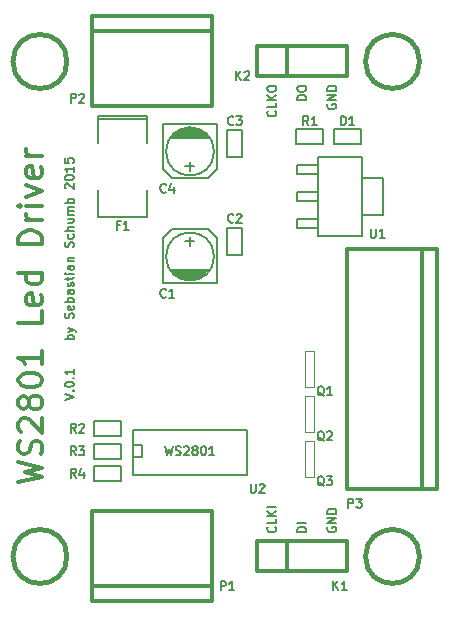
<source format=gto>
G04 (created by PCBNEW (2013-may-18)-stable) date Mon 01 Jun 2015 11:01:08 PM CEST*
%MOIN*%
G04 Gerber Fmt 3.4, Leading zero omitted, Abs format*
%FSLAX34Y34*%
G01*
G70*
G90*
G04 APERTURE LIST*
%ADD10C,0.00590551*%
%ADD11C,0.00738189*%
%ADD12C,0.011811*%
%ADD13C,0.0047*%
%ADD14C,0.005*%
%ADD15C,0.008*%
%ADD16C,0.0059*%
%ADD17C,0.012*%
%ADD18C,0.015*%
%ADD19C,0.00787402*%
G04 APERTURE END LIST*
G54D10*
G54D11*
X60824Y-55770D02*
X61119Y-55671D01*
X60824Y-55573D01*
X61091Y-55474D02*
X61105Y-55460D01*
X61119Y-55474D01*
X61105Y-55489D01*
X61091Y-55474D01*
X61119Y-55474D01*
X60824Y-55278D02*
X60824Y-55250D01*
X60838Y-55221D01*
X60852Y-55207D01*
X60880Y-55193D01*
X60936Y-55179D01*
X61007Y-55179D01*
X61063Y-55193D01*
X61091Y-55207D01*
X61105Y-55221D01*
X61119Y-55250D01*
X61119Y-55278D01*
X61105Y-55306D01*
X61091Y-55320D01*
X61063Y-55334D01*
X61007Y-55348D01*
X60936Y-55348D01*
X60880Y-55334D01*
X60852Y-55320D01*
X60838Y-55306D01*
X60824Y-55278D01*
X61091Y-55053D02*
X61105Y-55039D01*
X61119Y-55053D01*
X61105Y-55067D01*
X61091Y-55053D01*
X61119Y-55053D01*
X61119Y-54757D02*
X61119Y-54926D01*
X61119Y-54842D02*
X60824Y-54842D01*
X60866Y-54870D01*
X60894Y-54898D01*
X60908Y-54926D01*
X67841Y-46149D02*
X67855Y-46163D01*
X67869Y-46206D01*
X67869Y-46234D01*
X67855Y-46276D01*
X67827Y-46304D01*
X67799Y-46318D01*
X67742Y-46332D01*
X67700Y-46332D01*
X67644Y-46318D01*
X67616Y-46304D01*
X67588Y-46276D01*
X67574Y-46234D01*
X67574Y-46206D01*
X67588Y-46163D01*
X67602Y-46149D01*
X67869Y-45882D02*
X67869Y-46023D01*
X67574Y-46023D01*
X67869Y-45784D02*
X67574Y-45784D01*
X67869Y-45615D02*
X67700Y-45742D01*
X67574Y-45615D02*
X67742Y-45784D01*
X67574Y-45432D02*
X67574Y-45376D01*
X67588Y-45348D01*
X67616Y-45320D01*
X67672Y-45306D01*
X67771Y-45306D01*
X67827Y-45320D01*
X67855Y-45348D01*
X67869Y-45376D01*
X67869Y-45432D01*
X67855Y-45460D01*
X67827Y-45489D01*
X67771Y-45503D01*
X67672Y-45503D01*
X67616Y-45489D01*
X67588Y-45460D01*
X67574Y-45432D01*
X68869Y-45784D02*
X68574Y-45784D01*
X68574Y-45714D01*
X68588Y-45671D01*
X68616Y-45643D01*
X68644Y-45629D01*
X68700Y-45615D01*
X68742Y-45615D01*
X68799Y-45629D01*
X68827Y-45643D01*
X68855Y-45671D01*
X68869Y-45714D01*
X68869Y-45784D01*
X68574Y-45432D02*
X68574Y-45376D01*
X68588Y-45348D01*
X68616Y-45320D01*
X68672Y-45306D01*
X68771Y-45306D01*
X68827Y-45320D01*
X68855Y-45348D01*
X68869Y-45376D01*
X68869Y-45432D01*
X68855Y-45460D01*
X68827Y-45489D01*
X68771Y-45503D01*
X68672Y-45503D01*
X68616Y-45489D01*
X68588Y-45460D01*
X68574Y-45432D01*
X69588Y-45924D02*
X69574Y-45953D01*
X69574Y-45995D01*
X69588Y-46037D01*
X69616Y-46065D01*
X69644Y-46079D01*
X69700Y-46093D01*
X69742Y-46093D01*
X69799Y-46079D01*
X69827Y-46065D01*
X69855Y-46037D01*
X69869Y-45995D01*
X69869Y-45967D01*
X69855Y-45924D01*
X69841Y-45910D01*
X69742Y-45910D01*
X69742Y-45967D01*
X69869Y-45784D02*
X69574Y-45784D01*
X69869Y-45615D01*
X69574Y-45615D01*
X69869Y-45474D02*
X69574Y-45474D01*
X69574Y-45404D01*
X69588Y-45362D01*
X69616Y-45334D01*
X69644Y-45320D01*
X69700Y-45306D01*
X69742Y-45306D01*
X69799Y-45320D01*
X69827Y-45334D01*
X69855Y-45362D01*
X69869Y-45404D01*
X69869Y-45474D01*
X69588Y-60025D02*
X69574Y-60053D01*
X69574Y-60095D01*
X69588Y-60137D01*
X69616Y-60165D01*
X69644Y-60179D01*
X69700Y-60193D01*
X69742Y-60193D01*
X69799Y-60179D01*
X69827Y-60165D01*
X69855Y-60137D01*
X69869Y-60095D01*
X69869Y-60067D01*
X69855Y-60025D01*
X69841Y-60010D01*
X69742Y-60010D01*
X69742Y-60067D01*
X69869Y-59884D02*
X69574Y-59884D01*
X69869Y-59715D01*
X69574Y-59715D01*
X69869Y-59575D02*
X69574Y-59575D01*
X69574Y-59504D01*
X69588Y-59462D01*
X69616Y-59434D01*
X69644Y-59420D01*
X69700Y-59406D01*
X69742Y-59406D01*
X69799Y-59420D01*
X69827Y-59434D01*
X69855Y-59462D01*
X69869Y-59504D01*
X69869Y-59575D01*
X68869Y-60179D02*
X68574Y-60179D01*
X68574Y-60109D01*
X68588Y-60067D01*
X68616Y-60039D01*
X68644Y-60025D01*
X68700Y-60010D01*
X68742Y-60010D01*
X68799Y-60025D01*
X68827Y-60039D01*
X68855Y-60067D01*
X68869Y-60109D01*
X68869Y-60179D01*
X68869Y-59884D02*
X68574Y-59884D01*
X67841Y-60010D02*
X67855Y-60025D01*
X67869Y-60067D01*
X67869Y-60095D01*
X67855Y-60137D01*
X67827Y-60165D01*
X67799Y-60179D01*
X67742Y-60193D01*
X67700Y-60193D01*
X67644Y-60179D01*
X67616Y-60165D01*
X67588Y-60137D01*
X67574Y-60095D01*
X67574Y-60067D01*
X67588Y-60025D01*
X67602Y-60010D01*
X67869Y-59743D02*
X67869Y-59884D01*
X67574Y-59884D01*
X67869Y-59645D02*
X67574Y-59645D01*
X67869Y-59476D02*
X67700Y-59603D01*
X67574Y-59476D02*
X67742Y-59645D01*
X67869Y-59350D02*
X67574Y-59350D01*
X61119Y-53766D02*
X60824Y-53766D01*
X60936Y-53766D02*
X60922Y-53737D01*
X60922Y-53681D01*
X60936Y-53653D01*
X60950Y-53639D01*
X60978Y-53625D01*
X61063Y-53625D01*
X61091Y-53639D01*
X61105Y-53653D01*
X61119Y-53681D01*
X61119Y-53737D01*
X61105Y-53766D01*
X60922Y-53526D02*
X61119Y-53456D01*
X60922Y-53386D02*
X61119Y-53456D01*
X61189Y-53484D01*
X61203Y-53498D01*
X61217Y-53526D01*
X61105Y-53062D02*
X61119Y-53020D01*
X61119Y-52950D01*
X61105Y-52922D01*
X61091Y-52908D01*
X61063Y-52894D01*
X61035Y-52894D01*
X61007Y-52908D01*
X60992Y-52922D01*
X60978Y-52950D01*
X60964Y-53006D01*
X60950Y-53034D01*
X60936Y-53048D01*
X60908Y-53062D01*
X60880Y-53062D01*
X60852Y-53048D01*
X60838Y-53034D01*
X60824Y-53006D01*
X60824Y-52936D01*
X60838Y-52894D01*
X61105Y-52655D02*
X61119Y-52683D01*
X61119Y-52739D01*
X61105Y-52767D01*
X61077Y-52781D01*
X60964Y-52781D01*
X60936Y-52767D01*
X60922Y-52739D01*
X60922Y-52683D01*
X60936Y-52655D01*
X60964Y-52641D01*
X60992Y-52641D01*
X61021Y-52781D01*
X61119Y-52514D02*
X60824Y-52514D01*
X60936Y-52514D02*
X60922Y-52486D01*
X60922Y-52430D01*
X60936Y-52402D01*
X60950Y-52388D01*
X60978Y-52374D01*
X61063Y-52374D01*
X61091Y-52388D01*
X61105Y-52402D01*
X61119Y-52430D01*
X61119Y-52486D01*
X61105Y-52514D01*
X61119Y-52120D02*
X60964Y-52120D01*
X60936Y-52134D01*
X60922Y-52163D01*
X60922Y-52219D01*
X60936Y-52247D01*
X61105Y-52120D02*
X61119Y-52149D01*
X61119Y-52219D01*
X61105Y-52247D01*
X61077Y-52261D01*
X61049Y-52261D01*
X61021Y-52247D01*
X61007Y-52219D01*
X61007Y-52149D01*
X60992Y-52120D01*
X61105Y-51994D02*
X61119Y-51966D01*
X61119Y-51910D01*
X61105Y-51881D01*
X61077Y-51867D01*
X61063Y-51867D01*
X61035Y-51881D01*
X61021Y-51910D01*
X61021Y-51952D01*
X61007Y-51980D01*
X60978Y-51994D01*
X60964Y-51994D01*
X60936Y-51980D01*
X60922Y-51952D01*
X60922Y-51910D01*
X60936Y-51881D01*
X60922Y-51783D02*
X60922Y-51670D01*
X60824Y-51741D02*
X61077Y-51741D01*
X61105Y-51727D01*
X61119Y-51699D01*
X61119Y-51670D01*
X61119Y-51572D02*
X60922Y-51572D01*
X60824Y-51572D02*
X60838Y-51586D01*
X60852Y-51572D01*
X60838Y-51558D01*
X60824Y-51572D01*
X60852Y-51572D01*
X61119Y-51305D02*
X60964Y-51305D01*
X60936Y-51319D01*
X60922Y-51347D01*
X60922Y-51403D01*
X60936Y-51431D01*
X61105Y-51305D02*
X61119Y-51333D01*
X61119Y-51403D01*
X61105Y-51431D01*
X61077Y-51446D01*
X61049Y-51446D01*
X61021Y-51431D01*
X61007Y-51403D01*
X61007Y-51333D01*
X60992Y-51305D01*
X60922Y-51164D02*
X61119Y-51164D01*
X60950Y-51164D02*
X60936Y-51150D01*
X60922Y-51122D01*
X60922Y-51080D01*
X60936Y-51052D01*
X60964Y-51038D01*
X61119Y-51038D01*
X61105Y-50686D02*
X61119Y-50644D01*
X61119Y-50574D01*
X61105Y-50546D01*
X61091Y-50532D01*
X61063Y-50517D01*
X61035Y-50517D01*
X61007Y-50532D01*
X60992Y-50546D01*
X60978Y-50574D01*
X60964Y-50630D01*
X60950Y-50658D01*
X60936Y-50672D01*
X60908Y-50686D01*
X60880Y-50686D01*
X60852Y-50672D01*
X60838Y-50658D01*
X60824Y-50630D01*
X60824Y-50560D01*
X60838Y-50517D01*
X61105Y-50264D02*
X61119Y-50293D01*
X61119Y-50349D01*
X61105Y-50377D01*
X61091Y-50391D01*
X61063Y-50405D01*
X60978Y-50405D01*
X60950Y-50391D01*
X60936Y-50377D01*
X60922Y-50349D01*
X60922Y-50293D01*
X60936Y-50264D01*
X61119Y-50138D02*
X60824Y-50138D01*
X61119Y-50011D02*
X60964Y-50011D01*
X60936Y-50025D01*
X60922Y-50053D01*
X60922Y-50096D01*
X60936Y-50124D01*
X60950Y-50138D01*
X60922Y-49744D02*
X61119Y-49744D01*
X60922Y-49871D02*
X61077Y-49871D01*
X61105Y-49857D01*
X61119Y-49829D01*
X61119Y-49786D01*
X61105Y-49758D01*
X61091Y-49744D01*
X61119Y-49604D02*
X60922Y-49604D01*
X60950Y-49604D02*
X60936Y-49589D01*
X60922Y-49561D01*
X60922Y-49519D01*
X60936Y-49491D01*
X60964Y-49477D01*
X61119Y-49477D01*
X60964Y-49477D02*
X60936Y-49463D01*
X60922Y-49435D01*
X60922Y-49393D01*
X60936Y-49365D01*
X60964Y-49350D01*
X61119Y-49350D01*
X61119Y-49210D02*
X60824Y-49210D01*
X60936Y-49210D02*
X60922Y-49182D01*
X60922Y-49125D01*
X60936Y-49097D01*
X60950Y-49083D01*
X60978Y-49069D01*
X61063Y-49069D01*
X61091Y-49083D01*
X61105Y-49097D01*
X61119Y-49125D01*
X61119Y-49182D01*
X61105Y-49210D01*
X60852Y-48732D02*
X60838Y-48718D01*
X60824Y-48690D01*
X60824Y-48619D01*
X60838Y-48591D01*
X60852Y-48577D01*
X60880Y-48563D01*
X60908Y-48563D01*
X60950Y-48577D01*
X61119Y-48746D01*
X61119Y-48563D01*
X60824Y-48380D02*
X60824Y-48352D01*
X60838Y-48324D01*
X60852Y-48310D01*
X60880Y-48296D01*
X60936Y-48282D01*
X61007Y-48282D01*
X61063Y-48296D01*
X61091Y-48310D01*
X61105Y-48324D01*
X61119Y-48352D01*
X61119Y-48380D01*
X61105Y-48408D01*
X61091Y-48422D01*
X61063Y-48437D01*
X61007Y-48451D01*
X60936Y-48451D01*
X60880Y-48437D01*
X60852Y-48422D01*
X60838Y-48408D01*
X60824Y-48380D01*
X61119Y-48001D02*
X61119Y-48169D01*
X61119Y-48085D02*
X60824Y-48085D01*
X60866Y-48113D01*
X60894Y-48141D01*
X60908Y-48169D01*
X60824Y-47733D02*
X60824Y-47874D01*
X60964Y-47888D01*
X60950Y-47874D01*
X60936Y-47846D01*
X60936Y-47776D01*
X60950Y-47748D01*
X60964Y-47733D01*
X60992Y-47719D01*
X61063Y-47719D01*
X61091Y-47733D01*
X61105Y-47748D01*
X61119Y-47776D01*
X61119Y-47846D01*
X61105Y-47874D01*
X61091Y-47888D01*
G54D12*
X59281Y-58530D02*
X60068Y-58343D01*
X59506Y-58193D01*
X60068Y-58043D01*
X59281Y-57855D01*
X60031Y-57593D02*
X60068Y-57480D01*
X60068Y-57293D01*
X60031Y-57218D01*
X59993Y-57180D01*
X59918Y-57143D01*
X59843Y-57143D01*
X59768Y-57180D01*
X59731Y-57218D01*
X59693Y-57293D01*
X59656Y-57443D01*
X59618Y-57518D01*
X59581Y-57555D01*
X59506Y-57593D01*
X59431Y-57593D01*
X59356Y-57555D01*
X59318Y-57518D01*
X59281Y-57443D01*
X59281Y-57255D01*
X59318Y-57143D01*
X59356Y-56843D02*
X59318Y-56805D01*
X59281Y-56730D01*
X59281Y-56543D01*
X59318Y-56468D01*
X59356Y-56430D01*
X59431Y-56393D01*
X59506Y-56393D01*
X59618Y-56430D01*
X60068Y-56880D01*
X60068Y-56393D01*
X59618Y-55943D02*
X59581Y-56018D01*
X59543Y-56055D01*
X59468Y-56093D01*
X59431Y-56093D01*
X59356Y-56055D01*
X59318Y-56018D01*
X59281Y-55943D01*
X59281Y-55793D01*
X59318Y-55718D01*
X59356Y-55680D01*
X59431Y-55643D01*
X59468Y-55643D01*
X59543Y-55680D01*
X59581Y-55718D01*
X59618Y-55793D01*
X59618Y-55943D01*
X59656Y-56018D01*
X59693Y-56055D01*
X59768Y-56093D01*
X59918Y-56093D01*
X59993Y-56055D01*
X60031Y-56018D01*
X60068Y-55943D01*
X60068Y-55793D01*
X60031Y-55718D01*
X59993Y-55680D01*
X59918Y-55643D01*
X59768Y-55643D01*
X59693Y-55680D01*
X59656Y-55718D01*
X59618Y-55793D01*
X59281Y-55155D02*
X59281Y-55080D01*
X59318Y-55005D01*
X59356Y-54968D01*
X59431Y-54931D01*
X59581Y-54893D01*
X59768Y-54893D01*
X59918Y-54931D01*
X59993Y-54968D01*
X60031Y-55005D01*
X60068Y-55080D01*
X60068Y-55155D01*
X60031Y-55230D01*
X59993Y-55268D01*
X59918Y-55305D01*
X59768Y-55343D01*
X59581Y-55343D01*
X59431Y-55305D01*
X59356Y-55268D01*
X59318Y-55230D01*
X59281Y-55155D01*
X60068Y-54143D02*
X60068Y-54593D01*
X60068Y-54368D02*
X59281Y-54368D01*
X59393Y-54443D01*
X59468Y-54518D01*
X59506Y-54593D01*
X60068Y-52831D02*
X60068Y-53206D01*
X59281Y-53206D01*
X60031Y-52268D02*
X60068Y-52343D01*
X60068Y-52493D01*
X60031Y-52568D01*
X59956Y-52606D01*
X59656Y-52606D01*
X59581Y-52568D01*
X59543Y-52493D01*
X59543Y-52343D01*
X59581Y-52268D01*
X59656Y-52231D01*
X59731Y-52231D01*
X59806Y-52606D01*
X60068Y-51556D02*
X59281Y-51556D01*
X60031Y-51556D02*
X60068Y-51631D01*
X60068Y-51781D01*
X60031Y-51856D01*
X59993Y-51893D01*
X59918Y-51931D01*
X59693Y-51931D01*
X59618Y-51893D01*
X59581Y-51856D01*
X59543Y-51781D01*
X59543Y-51631D01*
X59581Y-51556D01*
X60068Y-50581D02*
X59281Y-50581D01*
X59281Y-50394D01*
X59318Y-50281D01*
X59393Y-50206D01*
X59468Y-50169D01*
X59618Y-50131D01*
X59731Y-50131D01*
X59881Y-50169D01*
X59956Y-50206D01*
X60031Y-50281D01*
X60068Y-50394D01*
X60068Y-50581D01*
X60068Y-49794D02*
X59543Y-49794D01*
X59693Y-49794D02*
X59618Y-49756D01*
X59581Y-49719D01*
X59543Y-49644D01*
X59543Y-49569D01*
X60068Y-49306D02*
X59543Y-49306D01*
X59281Y-49306D02*
X59318Y-49344D01*
X59356Y-49306D01*
X59318Y-49269D01*
X59281Y-49306D01*
X59356Y-49306D01*
X59543Y-49006D02*
X60068Y-48819D01*
X59543Y-48631D01*
X60031Y-48031D02*
X60068Y-48106D01*
X60068Y-48256D01*
X60031Y-48331D01*
X59956Y-48369D01*
X59656Y-48369D01*
X59581Y-48331D01*
X59543Y-48256D01*
X59543Y-48106D01*
X59581Y-48031D01*
X59656Y-47994D01*
X59731Y-47994D01*
X59806Y-48369D01*
X60068Y-47656D02*
X59543Y-47656D01*
X59693Y-47656D02*
X59618Y-47619D01*
X59581Y-47581D01*
X59543Y-47506D01*
X59543Y-47431D01*
G54D13*
X68850Y-58350D02*
X68850Y-57150D01*
X68850Y-57150D02*
X69150Y-57150D01*
X69150Y-57150D02*
X69150Y-58350D01*
X69150Y-58350D02*
X68850Y-58350D01*
X68850Y-56850D02*
X68850Y-55650D01*
X68850Y-55650D02*
X69150Y-55650D01*
X69150Y-55650D02*
X69150Y-56850D01*
X69150Y-56850D02*
X68850Y-56850D01*
X68850Y-55350D02*
X68850Y-54150D01*
X68850Y-54150D02*
X69150Y-54150D01*
X69150Y-54150D02*
X69150Y-55350D01*
X69150Y-55350D02*
X68850Y-55350D01*
G54D14*
X71435Y-48390D02*
X71435Y-49610D01*
X71435Y-49610D02*
X70730Y-49610D01*
X71435Y-48390D02*
X70730Y-48390D01*
X68565Y-49745D02*
X68565Y-50065D01*
X68565Y-50065D02*
X69270Y-50065D01*
X68565Y-49745D02*
X69270Y-49745D01*
X68565Y-48840D02*
X69270Y-48840D01*
X68565Y-49160D02*
X69270Y-49160D01*
X68565Y-48840D02*
X68565Y-49160D01*
X68565Y-47935D02*
X68565Y-48255D01*
X68565Y-48255D02*
X69270Y-48255D01*
X68565Y-47935D02*
X69270Y-47935D01*
X69270Y-50320D02*
X69270Y-47680D01*
X69270Y-47680D02*
X70730Y-47680D01*
X70730Y-47680D02*
X70730Y-50320D01*
X70730Y-50320D02*
X69270Y-50320D01*
G54D15*
X63100Y-56800D02*
X66900Y-56800D01*
X66900Y-56800D02*
X66900Y-58300D01*
X66900Y-58300D02*
X63100Y-58300D01*
X63100Y-58300D02*
X63100Y-56800D01*
X63100Y-57300D02*
X63400Y-57300D01*
X63400Y-57300D02*
X63400Y-57700D01*
X63400Y-57700D02*
X63100Y-57700D01*
G54D16*
X63577Y-46425D02*
X61923Y-46425D01*
X63577Y-46307D02*
X61923Y-46307D01*
X63577Y-49693D02*
X61923Y-49693D01*
X61921Y-48786D02*
X61921Y-49686D01*
X63579Y-49686D02*
X63579Y-48786D01*
X63579Y-47213D02*
X63579Y-46313D01*
X61921Y-46314D02*
X61921Y-47214D01*
G54D14*
X61800Y-57250D02*
X62700Y-57250D01*
X62700Y-57250D02*
X62700Y-57750D01*
X62700Y-57750D02*
X61800Y-57750D01*
X61800Y-57750D02*
X61800Y-57250D01*
X61800Y-58000D02*
X62700Y-58000D01*
X62700Y-58000D02*
X62700Y-58500D01*
X62700Y-58500D02*
X61800Y-58500D01*
X61800Y-58500D02*
X61800Y-58000D01*
X61800Y-56500D02*
X62700Y-56500D01*
X62700Y-56500D02*
X62700Y-57000D01*
X62700Y-57000D02*
X61800Y-57000D01*
X61800Y-57000D02*
X61800Y-56500D01*
X68550Y-46750D02*
X69450Y-46750D01*
X69450Y-46750D02*
X69450Y-47250D01*
X69450Y-47250D02*
X68550Y-47250D01*
X68550Y-47250D02*
X68550Y-46750D01*
X69800Y-46750D02*
X70700Y-46750D01*
X70700Y-46750D02*
X70700Y-47250D01*
X70700Y-47250D02*
X69800Y-47250D01*
X69800Y-47250D02*
X69800Y-46750D01*
X66250Y-47700D02*
X66250Y-46800D01*
X66250Y-46800D02*
X66750Y-46800D01*
X66750Y-46800D02*
X66750Y-47700D01*
X66750Y-47700D02*
X66250Y-47700D01*
X66750Y-50050D02*
X66750Y-50950D01*
X66750Y-50950D02*
X66250Y-50950D01*
X66250Y-50950D02*
X66250Y-50050D01*
X66250Y-50050D02*
X66750Y-50050D01*
G54D17*
X67250Y-45000D02*
X67250Y-44000D01*
X67250Y-44000D02*
X70250Y-44000D01*
X70250Y-44000D02*
X70250Y-45000D01*
X70250Y-45000D02*
X67250Y-45000D01*
X68250Y-44000D02*
X68250Y-45000D01*
G54D14*
X65000Y-50350D02*
X65000Y-50650D01*
X64850Y-50500D02*
X65150Y-50500D01*
X65900Y-50400D02*
X65900Y-51900D01*
X64400Y-50100D02*
X65600Y-50100D01*
X65900Y-50400D02*
X65600Y-50100D01*
X64100Y-50400D02*
X64100Y-51900D01*
X64100Y-50400D02*
X64400Y-50100D01*
X65050Y-51800D02*
X64950Y-51800D01*
X64750Y-51750D02*
X65250Y-51750D01*
X65350Y-51700D02*
X64650Y-51700D01*
X65450Y-51650D02*
X64550Y-51650D01*
X64500Y-51600D02*
X65500Y-51600D01*
X65550Y-51550D02*
X64450Y-51550D01*
X64400Y-51500D02*
X65600Y-51500D01*
X64350Y-51450D02*
X65650Y-51450D01*
X65800Y-51000D02*
G75*
G03X65800Y-51000I-800J0D01*
G74*
G01*
X64100Y-51900D02*
X65900Y-51900D01*
X65000Y-48150D02*
X65000Y-47850D01*
X65150Y-48000D02*
X64850Y-48000D01*
X64100Y-48100D02*
X64100Y-46600D01*
X65600Y-48400D02*
X64400Y-48400D01*
X64100Y-48100D02*
X64400Y-48400D01*
X65900Y-48100D02*
X65900Y-46600D01*
X65900Y-48100D02*
X65600Y-48400D01*
X64950Y-46700D02*
X65050Y-46700D01*
X65250Y-46750D02*
X64750Y-46750D01*
X64650Y-46800D02*
X65350Y-46800D01*
X64550Y-46850D02*
X65450Y-46850D01*
X65500Y-46900D02*
X64500Y-46900D01*
X64450Y-46950D02*
X65550Y-46950D01*
X65600Y-47000D02*
X64400Y-47000D01*
X65650Y-47050D02*
X64350Y-47050D01*
X65800Y-47500D02*
G75*
G03X65800Y-47500I-800J0D01*
G74*
G01*
X65900Y-46600D02*
X64100Y-46600D01*
G54D17*
X70250Y-58750D02*
X73250Y-58750D01*
X73250Y-50750D02*
X70250Y-50750D01*
X72750Y-50750D02*
X72750Y-58750D01*
X70250Y-58750D02*
X70250Y-50750D01*
X73250Y-58750D02*
X73250Y-50750D01*
X65750Y-62000D02*
X61750Y-62000D01*
X65750Y-62500D02*
X65750Y-59500D01*
X65750Y-59500D02*
X61750Y-59500D01*
X61750Y-59500D02*
X61750Y-62500D01*
X61750Y-62500D02*
X65750Y-62500D01*
X61750Y-43500D02*
X65750Y-43500D01*
X61750Y-43000D02*
X61750Y-46000D01*
X61750Y-46000D02*
X65750Y-46000D01*
X65750Y-46000D02*
X65750Y-43000D01*
X65750Y-43000D02*
X61750Y-43000D01*
X67250Y-61500D02*
X67250Y-60500D01*
X67250Y-60500D02*
X70250Y-60500D01*
X70250Y-60500D02*
X70250Y-61500D01*
X70250Y-61500D02*
X67250Y-61500D01*
X68250Y-60500D02*
X68250Y-61500D01*
G54D18*
X72650Y-44500D02*
G75*
G03X72650Y-44500I-900J0D01*
G74*
G01*
X72650Y-61000D02*
G75*
G03X72650Y-61000I-900J0D01*
G74*
G01*
X60900Y-61000D02*
G75*
G03X60900Y-61000I-900J0D01*
G74*
G01*
X60900Y-44500D02*
G75*
G03X60900Y-44500I-900J0D01*
G74*
G01*
G54D11*
X69471Y-58647D02*
X69443Y-58633D01*
X69415Y-58605D01*
X69373Y-58563D01*
X69345Y-58549D01*
X69317Y-58549D01*
X69331Y-58619D02*
X69303Y-58605D01*
X69275Y-58577D01*
X69260Y-58521D01*
X69260Y-58422D01*
X69275Y-58366D01*
X69303Y-58338D01*
X69331Y-58324D01*
X69387Y-58324D01*
X69415Y-58338D01*
X69443Y-58366D01*
X69457Y-58422D01*
X69457Y-58521D01*
X69443Y-58577D01*
X69415Y-58605D01*
X69387Y-58619D01*
X69331Y-58619D01*
X69556Y-58324D02*
X69739Y-58324D01*
X69640Y-58436D01*
X69682Y-58436D01*
X69710Y-58450D01*
X69724Y-58464D01*
X69739Y-58492D01*
X69739Y-58563D01*
X69724Y-58591D01*
X69710Y-58605D01*
X69682Y-58619D01*
X69598Y-58619D01*
X69570Y-58605D01*
X69556Y-58591D01*
G54D19*
G54D11*
X69471Y-57147D02*
X69443Y-57133D01*
X69415Y-57105D01*
X69373Y-57063D01*
X69345Y-57049D01*
X69317Y-57049D01*
X69331Y-57119D02*
X69303Y-57105D01*
X69275Y-57077D01*
X69260Y-57021D01*
X69260Y-56922D01*
X69275Y-56866D01*
X69303Y-56838D01*
X69331Y-56824D01*
X69387Y-56824D01*
X69415Y-56838D01*
X69443Y-56866D01*
X69457Y-56922D01*
X69457Y-57021D01*
X69443Y-57077D01*
X69415Y-57105D01*
X69387Y-57119D01*
X69331Y-57119D01*
X69570Y-56852D02*
X69584Y-56838D01*
X69612Y-56824D01*
X69682Y-56824D01*
X69710Y-56838D01*
X69724Y-56852D01*
X69739Y-56880D01*
X69739Y-56908D01*
X69724Y-56950D01*
X69556Y-57119D01*
X69739Y-57119D01*
G54D19*
G54D11*
X69471Y-55647D02*
X69443Y-55633D01*
X69415Y-55605D01*
X69373Y-55563D01*
X69345Y-55549D01*
X69317Y-55549D01*
X69331Y-55619D02*
X69303Y-55605D01*
X69275Y-55577D01*
X69260Y-55521D01*
X69260Y-55422D01*
X69275Y-55366D01*
X69303Y-55338D01*
X69331Y-55324D01*
X69387Y-55324D01*
X69415Y-55338D01*
X69443Y-55366D01*
X69457Y-55422D01*
X69457Y-55521D01*
X69443Y-55577D01*
X69415Y-55605D01*
X69387Y-55619D01*
X69331Y-55619D01*
X69739Y-55619D02*
X69570Y-55619D01*
X69654Y-55619D02*
X69654Y-55324D01*
X69626Y-55366D01*
X69598Y-55394D01*
X69570Y-55408D01*
G54D19*
G54D11*
X71025Y-50074D02*
X71025Y-50313D01*
X71039Y-50341D01*
X71053Y-50355D01*
X71081Y-50369D01*
X71137Y-50369D01*
X71165Y-50355D01*
X71179Y-50341D01*
X71193Y-50313D01*
X71193Y-50074D01*
X71489Y-50369D02*
X71320Y-50369D01*
X71404Y-50369D02*
X71404Y-50074D01*
X71376Y-50116D01*
X71348Y-50144D01*
X71320Y-50158D01*
G54D19*
G54D11*
X67025Y-58574D02*
X67025Y-58813D01*
X67039Y-58841D01*
X67053Y-58855D01*
X67081Y-58869D01*
X67137Y-58869D01*
X67165Y-58855D01*
X67179Y-58841D01*
X67193Y-58813D01*
X67193Y-58574D01*
X67320Y-58602D02*
X67334Y-58588D01*
X67362Y-58574D01*
X67432Y-58574D01*
X67460Y-58588D01*
X67474Y-58602D01*
X67489Y-58630D01*
X67489Y-58658D01*
X67474Y-58700D01*
X67306Y-58869D01*
X67489Y-58869D01*
G54D19*
G54D11*
X64170Y-57324D02*
X64240Y-57619D01*
X64296Y-57408D01*
X64353Y-57619D01*
X64423Y-57324D01*
X64521Y-57605D02*
X64564Y-57619D01*
X64634Y-57619D01*
X64662Y-57605D01*
X64676Y-57591D01*
X64690Y-57563D01*
X64690Y-57535D01*
X64676Y-57507D01*
X64662Y-57492D01*
X64634Y-57478D01*
X64578Y-57464D01*
X64550Y-57450D01*
X64535Y-57436D01*
X64521Y-57408D01*
X64521Y-57380D01*
X64535Y-57352D01*
X64550Y-57338D01*
X64578Y-57324D01*
X64648Y-57324D01*
X64690Y-57338D01*
X64803Y-57352D02*
X64817Y-57338D01*
X64845Y-57324D01*
X64915Y-57324D01*
X64943Y-57338D01*
X64957Y-57352D01*
X64971Y-57380D01*
X64971Y-57408D01*
X64957Y-57450D01*
X64789Y-57619D01*
X64971Y-57619D01*
X65140Y-57450D02*
X65112Y-57436D01*
X65098Y-57422D01*
X65084Y-57394D01*
X65084Y-57380D01*
X65098Y-57352D01*
X65112Y-57338D01*
X65140Y-57324D01*
X65196Y-57324D01*
X65224Y-57338D01*
X65239Y-57352D01*
X65253Y-57380D01*
X65253Y-57394D01*
X65239Y-57422D01*
X65224Y-57436D01*
X65196Y-57450D01*
X65140Y-57450D01*
X65112Y-57464D01*
X65098Y-57478D01*
X65084Y-57507D01*
X65084Y-57563D01*
X65098Y-57591D01*
X65112Y-57605D01*
X65140Y-57619D01*
X65196Y-57619D01*
X65224Y-57605D01*
X65239Y-57591D01*
X65253Y-57563D01*
X65253Y-57507D01*
X65239Y-57478D01*
X65224Y-57464D01*
X65196Y-57450D01*
X65435Y-57324D02*
X65464Y-57324D01*
X65492Y-57338D01*
X65506Y-57352D01*
X65520Y-57380D01*
X65534Y-57436D01*
X65534Y-57507D01*
X65520Y-57563D01*
X65506Y-57591D01*
X65492Y-57605D01*
X65464Y-57619D01*
X65435Y-57619D01*
X65407Y-57605D01*
X65393Y-57591D01*
X65379Y-57563D01*
X65365Y-57507D01*
X65365Y-57436D01*
X65379Y-57380D01*
X65393Y-57352D01*
X65407Y-57338D01*
X65435Y-57324D01*
X65815Y-57619D02*
X65646Y-57619D01*
X65731Y-57619D02*
X65731Y-57324D01*
X65703Y-57366D01*
X65674Y-57394D01*
X65646Y-57408D01*
G54D19*
G54D11*
X62651Y-49964D02*
X62553Y-49964D01*
X62553Y-50119D02*
X62553Y-49824D01*
X62693Y-49824D01*
X62960Y-50119D02*
X62792Y-50119D01*
X62876Y-50119D02*
X62876Y-49824D01*
X62848Y-49866D01*
X62820Y-49894D01*
X62792Y-49908D01*
G54D19*
G54D11*
X61200Y-57619D02*
X61102Y-57478D01*
X61032Y-57619D02*
X61032Y-57324D01*
X61144Y-57324D01*
X61172Y-57338D01*
X61186Y-57352D01*
X61200Y-57380D01*
X61200Y-57422D01*
X61186Y-57450D01*
X61172Y-57464D01*
X61144Y-57478D01*
X61032Y-57478D01*
X61299Y-57324D02*
X61482Y-57324D01*
X61383Y-57436D01*
X61425Y-57436D01*
X61453Y-57450D01*
X61467Y-57464D01*
X61482Y-57492D01*
X61482Y-57563D01*
X61467Y-57591D01*
X61453Y-57605D01*
X61425Y-57619D01*
X61341Y-57619D01*
X61313Y-57605D01*
X61299Y-57591D01*
G54D19*
G54D11*
X61200Y-58369D02*
X61102Y-58228D01*
X61032Y-58369D02*
X61032Y-58074D01*
X61144Y-58074D01*
X61172Y-58088D01*
X61186Y-58102D01*
X61200Y-58130D01*
X61200Y-58172D01*
X61186Y-58200D01*
X61172Y-58214D01*
X61144Y-58228D01*
X61032Y-58228D01*
X61453Y-58172D02*
X61453Y-58369D01*
X61383Y-58060D02*
X61313Y-58271D01*
X61496Y-58271D01*
G54D19*
G54D11*
X61200Y-56869D02*
X61102Y-56728D01*
X61032Y-56869D02*
X61032Y-56574D01*
X61144Y-56574D01*
X61172Y-56588D01*
X61186Y-56602D01*
X61200Y-56630D01*
X61200Y-56672D01*
X61186Y-56700D01*
X61172Y-56714D01*
X61144Y-56728D01*
X61032Y-56728D01*
X61313Y-56602D02*
X61327Y-56588D01*
X61355Y-56574D01*
X61425Y-56574D01*
X61453Y-56588D01*
X61467Y-56602D01*
X61482Y-56630D01*
X61482Y-56658D01*
X61467Y-56700D01*
X61299Y-56869D01*
X61482Y-56869D01*
G54D19*
G54D11*
X68950Y-46619D02*
X68852Y-46478D01*
X68782Y-46619D02*
X68782Y-46324D01*
X68894Y-46324D01*
X68922Y-46338D01*
X68936Y-46352D01*
X68950Y-46380D01*
X68950Y-46422D01*
X68936Y-46450D01*
X68922Y-46464D01*
X68894Y-46478D01*
X68782Y-46478D01*
X69232Y-46619D02*
X69063Y-46619D01*
X69147Y-46619D02*
X69147Y-46324D01*
X69119Y-46366D01*
X69091Y-46394D01*
X69063Y-46408D01*
G54D19*
G54D11*
X70032Y-46619D02*
X70032Y-46324D01*
X70102Y-46324D01*
X70144Y-46338D01*
X70172Y-46366D01*
X70186Y-46394D01*
X70200Y-46450D01*
X70200Y-46492D01*
X70186Y-46549D01*
X70172Y-46577D01*
X70144Y-46605D01*
X70102Y-46619D01*
X70032Y-46619D01*
X70482Y-46619D02*
X70313Y-46619D01*
X70397Y-46619D02*
X70397Y-46324D01*
X70369Y-46366D01*
X70341Y-46394D01*
X70313Y-46408D01*
G54D19*
G54D11*
X66450Y-46591D02*
X66436Y-46605D01*
X66394Y-46619D01*
X66366Y-46619D01*
X66324Y-46605D01*
X66296Y-46577D01*
X66282Y-46549D01*
X66267Y-46492D01*
X66267Y-46450D01*
X66282Y-46394D01*
X66296Y-46366D01*
X66324Y-46338D01*
X66366Y-46324D01*
X66394Y-46324D01*
X66436Y-46338D01*
X66450Y-46352D01*
X66549Y-46324D02*
X66732Y-46324D01*
X66633Y-46436D01*
X66675Y-46436D01*
X66703Y-46450D01*
X66717Y-46464D01*
X66732Y-46492D01*
X66732Y-46563D01*
X66717Y-46591D01*
X66703Y-46605D01*
X66675Y-46619D01*
X66591Y-46619D01*
X66563Y-46605D01*
X66549Y-46591D01*
G54D19*
G54D11*
X66450Y-49841D02*
X66436Y-49855D01*
X66394Y-49869D01*
X66366Y-49869D01*
X66324Y-49855D01*
X66296Y-49827D01*
X66282Y-49799D01*
X66267Y-49742D01*
X66267Y-49700D01*
X66282Y-49644D01*
X66296Y-49616D01*
X66324Y-49588D01*
X66366Y-49574D01*
X66394Y-49574D01*
X66436Y-49588D01*
X66450Y-49602D01*
X66563Y-49602D02*
X66577Y-49588D01*
X66605Y-49574D01*
X66675Y-49574D01*
X66703Y-49588D01*
X66717Y-49602D01*
X66732Y-49630D01*
X66732Y-49658D01*
X66717Y-49700D01*
X66549Y-49869D01*
X66732Y-49869D01*
G54D19*
G54D11*
X66532Y-45119D02*
X66532Y-44824D01*
X66700Y-45119D02*
X66574Y-44950D01*
X66700Y-44824D02*
X66532Y-44992D01*
X66813Y-44852D02*
X66827Y-44838D01*
X66855Y-44824D01*
X66925Y-44824D01*
X66953Y-44838D01*
X66967Y-44852D01*
X66982Y-44880D01*
X66982Y-44908D01*
X66967Y-44950D01*
X66799Y-45119D01*
X66982Y-45119D01*
G54D19*
G54D11*
X64200Y-52341D02*
X64186Y-52355D01*
X64144Y-52369D01*
X64116Y-52369D01*
X64074Y-52355D01*
X64046Y-52327D01*
X64032Y-52299D01*
X64017Y-52242D01*
X64017Y-52200D01*
X64032Y-52144D01*
X64046Y-52116D01*
X64074Y-52088D01*
X64116Y-52074D01*
X64144Y-52074D01*
X64186Y-52088D01*
X64200Y-52102D01*
X64482Y-52369D02*
X64313Y-52369D01*
X64397Y-52369D02*
X64397Y-52074D01*
X64369Y-52116D01*
X64341Y-52144D01*
X64313Y-52158D01*
G54D19*
G54D11*
X64200Y-48841D02*
X64186Y-48855D01*
X64144Y-48869D01*
X64116Y-48869D01*
X64074Y-48855D01*
X64046Y-48827D01*
X64032Y-48799D01*
X64017Y-48742D01*
X64017Y-48700D01*
X64032Y-48644D01*
X64046Y-48616D01*
X64074Y-48588D01*
X64116Y-48574D01*
X64144Y-48574D01*
X64186Y-48588D01*
X64200Y-48602D01*
X64453Y-48672D02*
X64453Y-48869D01*
X64383Y-48560D02*
X64313Y-48771D01*
X64496Y-48771D01*
G54D19*
G54D11*
X70282Y-59369D02*
X70282Y-59074D01*
X70394Y-59074D01*
X70422Y-59088D01*
X70436Y-59102D01*
X70450Y-59130D01*
X70450Y-59172D01*
X70436Y-59200D01*
X70422Y-59214D01*
X70394Y-59228D01*
X70282Y-59228D01*
X70549Y-59074D02*
X70732Y-59074D01*
X70633Y-59186D01*
X70675Y-59186D01*
X70703Y-59200D01*
X70717Y-59214D01*
X70732Y-59242D01*
X70732Y-59313D01*
X70717Y-59341D01*
X70703Y-59355D01*
X70675Y-59369D01*
X70591Y-59369D01*
X70563Y-59355D01*
X70549Y-59341D01*
G54D19*
G54D11*
X66032Y-62119D02*
X66032Y-61824D01*
X66144Y-61824D01*
X66172Y-61838D01*
X66186Y-61852D01*
X66200Y-61880D01*
X66200Y-61922D01*
X66186Y-61950D01*
X66172Y-61964D01*
X66144Y-61978D01*
X66032Y-61978D01*
X66482Y-62119D02*
X66313Y-62119D01*
X66397Y-62119D02*
X66397Y-61824D01*
X66369Y-61866D01*
X66341Y-61894D01*
X66313Y-61908D01*
G54D19*
G54D11*
X61032Y-45869D02*
X61032Y-45574D01*
X61144Y-45574D01*
X61172Y-45588D01*
X61186Y-45602D01*
X61200Y-45630D01*
X61200Y-45672D01*
X61186Y-45700D01*
X61172Y-45714D01*
X61144Y-45728D01*
X61032Y-45728D01*
X61313Y-45602D02*
X61327Y-45588D01*
X61355Y-45574D01*
X61425Y-45574D01*
X61453Y-45588D01*
X61467Y-45602D01*
X61482Y-45630D01*
X61482Y-45658D01*
X61467Y-45700D01*
X61299Y-45869D01*
X61482Y-45869D01*
G54D19*
G54D11*
X69782Y-62119D02*
X69782Y-61824D01*
X69950Y-62119D02*
X69824Y-61950D01*
X69950Y-61824D02*
X69782Y-61992D01*
X70232Y-62119D02*
X70063Y-62119D01*
X70147Y-62119D02*
X70147Y-61824D01*
X70119Y-61866D01*
X70091Y-61894D01*
X70063Y-61908D01*
G54D19*
M02*

</source>
